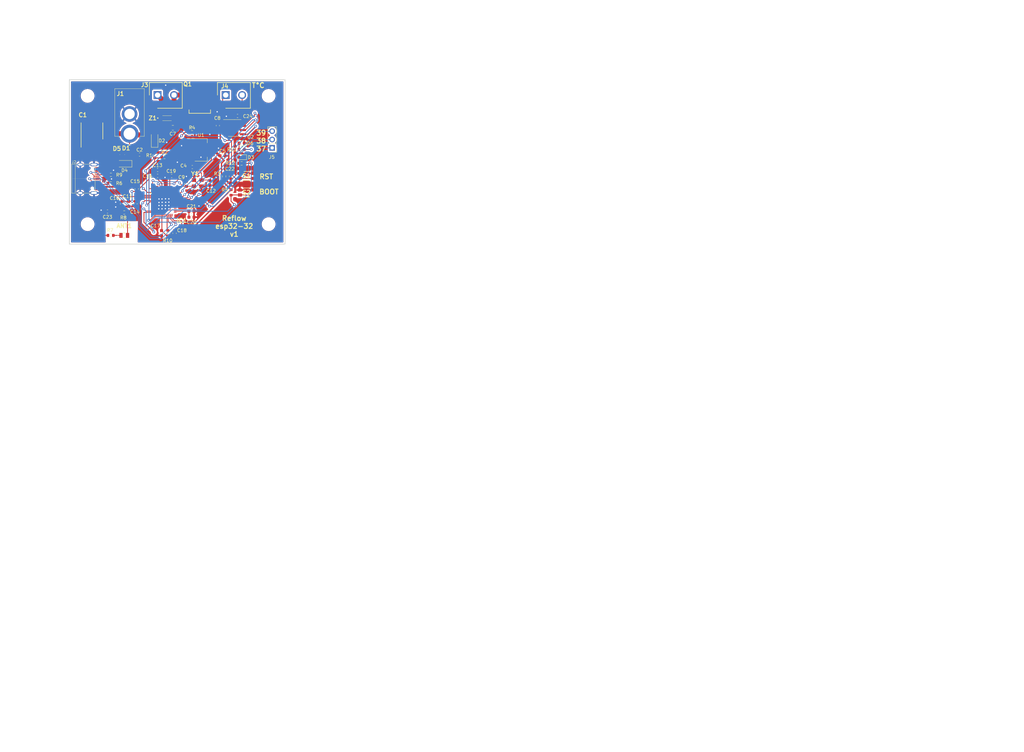
<source format=kicad_pcb>
(kicad_pcb (version 20211014) (generator pcbnew)
  (layers (0 "F.Cu" signal) (31 "B.Cu" signal) (34 "B.Paste" user) (35 "F.Paste" user) (36 "B.SilkS" user "B.Silkscreen") (37 "F.SilkS" user "F.Silkscreen") (38 "B.Mask" user) (39 "F.Mask" user) (44 "Edge.Cuts" user))
  (net 0 "")
  (net 1 "Net-(ANT1-Pad1)")
  (net 2 "Net-(ANT1-Pad2)")
  (net 3 "VCC")
  (net 4 "GND")
  (net 5 "Vin-D")
  (net 6 "+3V3")
  (net 7 "Net-(C7-Pad2)")
  (net 8 "XTAL_P")
  (net 9 "XTAL_N")
  (net 10 "Net-(C20-Pad1)")
  (net 11 "EN")
  (net 12 "Net-(D1-Pad1)")
  (net 13 "Net-(D3-Pad2)")
  (net 14 "Net-(D6-Pad2)")
  (net 15 "ANT")
  (net 16 "FLASH")
  (net 17 "VccDiv")
  (net 24 "led1")
  (net 25 "led2")
  (net 26 "heatGate")
  (net 31 "Net-(IC1-Pad24)")
  (net 32 "D-")
  (net 33 "D+")
  (net 42 "Net-(IC1-Pad37)")
  (net 43 "Net-(IC1-Pad38)")
  (net 44 "Net-(IC1-Pad39)")
  (net 45 "tempSCK")
  (net 46 "tempSO")
  (net 47 "tempCS")
  (net 58 "Net-(C24-Pad1)")
  (net 62 "Net-(C24-Pad2)")
  (net 63 "Net-(D4-Pad2)")
  (net 64 "Net-(R9-Pad1)")
  (net 65 "Net-(R6-Pad2)")
  (footprint "library_manager:CAPAE660X770N" (layer "F.Cu") (at 20.32 30.48 90)
    (fp_text reference "C1")
    (fp_text value "865080545012" hide)
  )
  (footprint "library_manager:21088321" (layer "F.Cu") (at 30.1404 61.4172)
    (fp_text reference "ANT1")
    (fp_text value "2108832-1" hide)
  )
  (footprint "library_manager:PJ037B" (layer "F.Cu") (at 31.75 30.5 -90)
    (fp_text reference "J1")
    (fp_text value "PJ-037B" hide)
  )
  (footprint "Package_TO_SOT_SMD:SOT-223-3_TabPin2" (layer "F.Cu") (at 53.467 35.433)
    (fp_text reference "U1")
    (fp_text value "LD1117S33TR_SOT223")
  )
  (footprint "" (layer "F.Cu") (at 84.7852 17.0688)
    (fp_text reference "")
    (fp_text value "")
  )
  (footprint "Resistor_SMD:R_0603_1608Metric" (layer "F.Cu") (at 65.7982 35.306 180)
    (fp_text reference "R11")
    (fp_text value "2k")
  )
  (footprint "Connector_PinHeader_2.54mm:PinHeader_1x03_P2.54mm_Vertical" (layer "F.Cu") (at 75.0824 34.798 180)
    (fp_text reference "J5")
    (fp_text value "Conn_01x03_Male")
  )
  (footprint "Resistor_SMD:R_0603_1608Metric" (layer "F.Cu") (at 30.1366 54.4576 180)
    (fp_text reference "R8")
    (fp_text value "0R")
  )
  (footprint "Capacitor_SMD:C_0603_1608Metric" (layer "F.Cu") (at 49.022 45.707 -90)
    (fp_text reference "C9")
    (fp_text value "15pF")
  )
  (footprint "Diode_SMD:D_0603_1608Metric" (layer "F.Cu") (at 65.8115 37.6428 180)
    (fp_text reference "D3")
    (fp_text value "LED")
  )
  (footprint "Resistor_SMD:R_0603_1608Metric" (layer "F.Cu") (at 62.5856 48.3494 -90)
    (fp_text reference "R5")
    (fp_text value "10k")
  )
  (footprint "Capacitor_SMD:C_0603_1608Metric" (layer "F.Cu") (at 31.496 51.829 -90)
    (fp_text reference "C11")
    (fp_text value "1uF")
  )
  (footprint "Resistor_SMD:R_0603_1608Metric" (layer "F.Cu") (at 43.3832 60.7182 90)
    (fp_text reference "R10")
    (fp_text value "10k")
  )
  (footprint "library_manager:SHDR2W100P0X500_1X2_1000X780X1030P" (layer "F.Cu") (at 40.2628 18.7452)
    (fp_text reference "J3")
    (fp_text value "TB003-500-P02BE" hide)
  )
  (footprint "Capacitor_SMD:C_0603_1608Metric" (layer "F.Cu") (at 41.4528 60.719 -90)
    (fp_text reference "C17")
    (fp_text value "100nF")
  )
  (footprint "Capacitor_SMD:C_0603_1608Metric" (layer "F.Cu") (at 50.559 54.102)
    (fp_text reference "C21")
    (fp_text value "1uF")
  )
  (footprint "Capacitor_SMD:C_0603_1608Metric" (layer "F.Cu") (at 64.5538 25.0952)
    (fp_text reference "C24")
    (fp_text value "10nF")
  )
  (footprint "Diode_SMD:D_SOD-123" (layer "F.Cu") (at 39.37 32.385 90)
    (fp_text reference "D2")
    (fp_text value "D")
  )
  (footprint "library_manager:QFN40P700X700X90-57N-D" (layer "F.Cu") (at 42.164 51.816)
    (fp_text reference "IC1")
    (fp_text value "ESP32-S2FN4R2" hide)
  )
  (footprint "Resistor_SMD:R_0603_1608Metric" (layer "F.Cu") (at 25.9974 61.4172 180)
    (fp_text reference "R7")
    (fp_text value "0R")
  )
  (footprint "" (layer "F.Cu") (at 3.0124 62.55)
    (fp_text reference "")
    (fp_text value "")
  )
  (footprint "Resistor_SMD:R_0603_1608Metric" (layer "F.Cu") (at 42.355 37.592)
    (fp_text reference "R2")
    (fp_text value "1k")
  )
  (footprint "Capacitor_SMD:C_0603_1608Metric" (layer "F.Cu") (at 60.005 37.211)
    (fp_text reference "C5")
    (fp_text value "10uF")
  )
  (footprint "library_manager:SHDR2W100P0X500_1X2_1000X780X1030P" (layer "F.Cu") (at 60.96 18.7452)
    (fp_text reference "J4")
    (fp_text value "TB003-500-P02BE" hide)
  )
  (footprint "" (layer "F.Cu") (at 85.2932 61.8744)
    (fp_text reference "")
    (fp_text value "")
  )
  (footprint "Capacitor_SMD:C_0603_1608Metric" (layer "F.Cu") (at 34.785 36.83)
    (fp_text reference "C2")
    (fp_text value "100nF")
  )
  (footprint "Capacitor_SMD:C_0603_1608Metric" (layer "F.Cu") (at 56.134 45.466 -90)
    (fp_text reference "C12")
    (fp_text value "15pF")
  )
  (footprint "library_manager:BZT52C24E308" (layer "F.Cu") (at 43.1292 25.7556)
    (fp_text reference "Z1")
    (fp_text value "BZT52C24-E3-08" hide)
  )
  (footprint "library_manager:RKC2SJF170SMTRLFS" (layer "F.Cu") (at 67.278 43.3324)
    (fp_text reference "S1")
    (fp_text value "RKC2SJF170SMTR_LFS" hide)
  )
  (footprint "Resistor_SMD:R_0603_1608Metric" (layer "F.Cu") (at 60.5028 43.4726 90)
    (fp_text reference "R3")
    (fp_text value "10k")
  )
  (footprint "Capacitor_SMD:C_0603_1608Metric" (layer "F.Cu") (at 33.9344 47.2818 90)
    (fp_text reference "C15")
    (fp_text value "100nF")
  )
  (footprint "Capacitor_SMD:C_0603_1608Metric" (layer "F.Cu") (at 40.272 41.529)
    (fp_text reference "C13")
    (fp_text value "100pF")
  )
  (footprint "Package_SO:SOIC-8_3.9x4.9mm_P1.27mm" (layer "F.Cu") (at 63.7032 28.7528)
    (fp_text reference "U2")
    (fp_text value "MAX31855KASA")
  )
  (footprint "" (layer "F.Cu") (at 4.7244 14.0716)
    (fp_text reference "")
    (fp_text value "")
  )
  (footprint "library_manager:ESDL4151MX4T5G" (layer "F.Cu") (at 31.115 36.83)
    (fp_text reference "D1")
    (fp_text value "ESDL4151MX4T5G" hide)
  )
  (footprint "library_manager:ECS2501033BCKMTR" (layer "F.Cu") (at 52.458 45.532)
    (fp_text reference "Y1")
    (fp_text value "ECS-400-15-33B-CTN-TR" hide)
  )
  (footprint "Diode_SMD:D_SOD-123" (layer "F.Cu") (at 30.226 39.624 180)
    (fp_text reference "D4")
    (fp_text value "D")
  )
  (footprint "Resistor_SMD:R_0603_1608Metric" (layer "F.Cu") (at 26.0726 42.9768)
    (fp_text reference "R9")
    (fp_text value "5k1")
  )
  (footprint "Capacitor_SMD:C_0603_1608Metric" (layer "F.Cu") (at 44.5386 43.3324 180)
    (fp_text reference "C19")
    (fp_text value "100nF")
  )
  (footprint "library_manager:ESDL4151MX4T5G" (layer "F.Cu") (at 27.94 36.83 180)
    (fp_text reference "D5")
    (fp_text value "ESDL4151MX4T5G" hide)
  )
  (footprint "Resistor_SMD:R_0603_1608Metric" (layer "F.Cu") (at 65.7982 39.5224 180)
    (fp_text reference "R12")
    (fp_text value "2k")
  )
  (footprint "Resistor_SMD:R_0603_1608Metric" (layer "F.Cu") (at 26.0218 45.5676 180)
    (fp_text reference "R6")
    (fp_text value "5k1")
  )
  (footprint "Capacitor_SMD:C_0805_2012Metric" (layer "F.Cu") (at 44.897 28.702)
    (fp_text reference "C7")
    (fp_text value "1nF")
  )
  (footprint "Capacitor_SMD:C_0603_1608Metric" (layer "F.Cu") (at 33.528 51.816 -90)
    (fp_text reference "C14")
    (fp_text value "100nF")
  )
  (footprint "Capacitor_SMD:C_0603_1608Metric" (layer "F.Cu") (at 29.464 51.829 -90)
    (fp_text reference "C10")
    (fp_text value "10uF")
  )
  (footprint "Capacitor_SMD:C_0603_1608Metric" (layer "F.Cu") (at 45.4152 60.7698 -90)
    (fp_text reference "C18")
    (fp_text value "100nF")
  )
  (footprint "Capacitor_SMD:C_0603_1608Metric" (layer "F.Cu") (at 50.559 55.88)
    (fp_text reference "C20")
    (fp_text value "100nF")
  )
  (footprint "Capacitor_SMD:C_0603_1608Metric" (layer "F.Cu") (at 58.5724 28.0286 90)
    (fp_text reference "C8")
    (fp_text value "100nF")
  )
  (footprint "library_manager:TYPE-C-31-M-12" (layer "F.Cu") (at 16.764 44.196 -90)
    (fp_text reference "J2")
    (fp_text value "USB_C_Receptacle_USB2.0")
  )
  (footprint "Resistor_SMD:R_0603_1608Metric" (layer "F.Cu") (at 50.737 30.099)
    (fp_text reference "R4")
    (fp_text value "10k")
  )
  (footprint "Resistor_SMD:R_0603_1608Metric" (layer "F.Cu") (at 39.37 37.02 -90)
    (fp_text reference "R1")
    (fp_text value "4k7")
  )
  (footprint "Capacitor_SMD:C_0603_1608Metric" (layer "F.Cu") (at 62.5348 43.447 -90)
    (fp_text reference "C22")
    (fp_text value "100nF")
  )
  (footprint "Capacitor_SMD:C_0603_1608Metric" (layer "F.Cu") (at 40.272 43.307)
    (fp_text reference "C16")
    (fp_text value "1uF")
  )
  (footprint "Diode_SMD:D_0603_1608Metric" (layer "F.Cu") (at 65.8113 33.3756 180)
    (fp_text reference "D6")
    (fp_text value "LED")
  )
  (footprint "Capacitor_SMD:C_0603_1608Metric" (layer "F.Cu") (at 50.813 40.64)
    (fp_text reference "C4")
    (fp_text value "100nF")
  )
  (footprint "library_manager:RKC2SJF170SMTRLFS" (layer "F.Cu") (at 67.278 48.3616)
    (fp_text reference "S2")
    (fp_text value "RKC2SJF170SMTR_LFS" hide)
  )
  (footprint "Capacitor_SMD:C_0603_1608Metric" (layer "F.Cu") (at 25.0444 54.1528 180)
    (fp_text reference "C23")
    (fp_text value "?")
  )
  (footprint "library_manager:PJD25N06A_L2_00001" (layer "F.Cu") (at 53.086 21.229)
    (fp_text reference "Q1")
    (fp_text value "PJD25N06A_L2_00001" hide)
  )
  (gr_rect (start 13.462 14.0716) (end 78.994 64.0588) (layer "Edge.Cuts") (width 0.2) (fill none))
  (gr_text "BOOT" (at 74.1172 48.1584) (layer "F.SilkS") (effects (font (size 1.5 1.5) (thickness 0.3))))
  (gr_text "T°C" (at 70.8152 15.7988) (layer "F.SilkS") (effects (font (size 1.5 1.5) (thickness 0.3))))
  (gr_text "39\n38\n37" (at 71.7296 32.6644) (layer "F.SilkS") (effects (font (size 1.5 1.5) (thickness 0.3))))
  (gr_text "RST" (at 73.3044 43.5356) (layer "F.SilkS") (effects (font (size 1.5 1.5) (thickness 0.3))))
  (gr_text "Reflow\nesp32-32\nv1" (at 63.5508 58.6232) (layer "F.SilkS") (effects (font (size 1.5 1.5) (thickness 0.3))))
  (segment (start 29.1404 61.4172) (end 26.8224 61.4172) (width 0.25) (layer "F.Cu") (net 1))
  (segment (start 30.9616 54.4576) (end 31.1404 54.6364) (width 0.25) (layer "F.Cu") (net 2))
  (segment (start 31.1404 54.6364) (end 31.1404 61.4172) (width 0.25) (layer "F.Cu") (net 2))
  (segment (start 31.75 36.56) (end 31.48 36.83) (width 0.25) (layer "F.Cu") (net 3))
  (segment (start 41.403 28.702) (end 39.37 30.735) (width 1.524) (layer "F.Cu") (net 3))
  (segment (start 31.75 30.5) (end 27.92 30.5) (width 1.524) (layer "F.Cu") (net 3))
  (segment (start 41.4528 19.9352) (end 40.2628 18.7452) (width 1.524) (layer "F.Cu") (net 3))
  (segment (start 39.37 30.860009) (end 32.109994 30.860009) (width 1.524) (layer "F.Cu") (net 3))
  (segment (start 41.4528 28.6522) (end 41.4528 25.3492) (width 1.524) (layer "F.Cu") (net 3))
  (segment (start 31.48 36.83) (end 34.01 36.83) (width 0.25) (layer "F.Cu") (net 3))
  (segment (start 27.92 30.5) (end 25.39 33.03) (width 1.524) (layer "F.Cu") (net 3))
  (segment (start 25.39 33.03) (end 20.32 33.03) (width 1.524) (layer "F.Cu") (net 3))
  (segment (start 43.947 28.702) (end 41.403 28.702) (width 1.524) (layer "F.Cu") (net 3))
  (segment (start 41.403 28.702) (end 41.4528 28.6522) (width 1.524) (layer "F.Cu") (net 3))
  (segment (start 41.4528 25.3492) (end 41.4528 19.9352) (width 1.524) (layer "F.Cu") (net 3))
  (segment (start 31.75 30.5) (end 31.75 36.56) (width 0.25) (layer "F.Cu") (net 3))
  (segment (start 32.11 30.86) (end 31.75 30.5) (width 1.27) (layer "F.Cu") (net 3))
  (segment (start 53.608 46.482) (end 53.208 46.482) (width 0.25) (layer "F.Cu") (net 4))
  (segment (start 25.1724 61.4172) (end 23.7236 61.4172) (width 0.25) (layer "F.Cu") (net 4))
  (segment (start 21.864 47.571) (end 22.3742 47.571) (width 0.25) (layer "F.Cu") (net 4))
  (segment (start 23.1362 40.821) (end 21.864 40.821) (width 0.3048) (layer "F.Cu") (net 4))
  (segment (start 23.2852 48.7172) (end 21.864 47.296) (width 0.25) (layer "F.Cu") (net 4))
  (segment (start 63.0428 45.9232) (end 62.3824 45.2628) (width 0.25) (layer "F.Cu") (net 4))
  (segment (start 22.8612 41.096) (end 23.1362 40.821) (width 0.25) (layer "F.Cu") (net 4))
  (segment (start 22.3742 47.571) (end 23.5204 48.7172) (width 0.25) (layer "F.Cu") (net 4))
  (segment (start 21.864 41.096) (end 22.8612 41.096) (width 0.25) (layer "F.Cu") (net 4))
  (segment (start 62.3824 44.2468) (end 62.5348 44.0944) (width 0.25) (layer "F.Cu") (net 4))
  (segment (start 53.208 46.482) (end 51.308 44.582) (width 0.25) (layer "F.Cu") (net 4))
  (segment (start 62.3824 45.2628) (end 62.3824 44.2468) (width 0.25) (layer "F.Cu") (net 4))
  (segment (start 23.5204 48.7172) (end 23.2852 48.7172) (width 0.25) (layer "F.Cu") (net 4))
  (via (at 40.5892 53.34) (size 0.8) (drill 0.4) (layers "F.Cu" "B.Cu") (net 4))
  (via (at 61.1632 25.1968) (size 0.8) (drill 0.4) (layers "F.Cu" "B.Cu") (net 4))
  (via (at 42.7228 15.748) (size 0.8) (drill 0.4) (layers "F.Cu" "B.Cu") (net 4))
  (via (at 43.0276 33.1216) (size 0.8) (drill 0.4) (layers "F.Cu" "B.Cu") (net 4))
  (via (at 42.5196 43.7896) (size 0.8) (drill 0.4) (layers "F.Cu" "B.Cu") (net 4))
  (via (at 58.3692 23.8252) (size 0.8) (drill 0.4) (layers "F.Cu" "B.Cu") (net 4))
  (via (at 42.672 52.324) (size 0.8) (drill 0.4) (layers "F.Cu" "B.Cu") (net 4))
  (via (at 53.4416 37.6428) (size 0.8) (drill 0.4) (layers "F.Cu" "B.Cu") (net 4))
  (via (at 27.5336 51.308) (size 0.8) (drill 0.4) (layers "F.Cu" "B.Cu") (net 4))
  (via (at 41.656 52.324) (size 0.8) (drill 0.4) (layers "F.Cu" "B.Cu") (net 4))
  (via (at 43.688 50.292) (size 0.8) (drill 0.4) (layers "F.Cu" "B.Cu") (net 4))
  (via (at 46.2788 39.1668) (size 0.8) (drill 0.4) (layers "F.Cu" "B.Cu") (net 4))
  (via (at 27.5336 52.7812) (size 0.8) (drill 0.4) (layers "F.Cu" "B.Cu") (net 4))
  (via (at 58.7756 34.8996) (size 0.8) (drill 0.4) (layers "F.Cu" "B.Cu") (net 4))
  (via (at 47.5488 34.1376) (size 0.8) (drill 0.4) (layers "F.Cu" "B.Cu") (net 4))
  (via (at 41.6052 50.3428) (size 0.8) (drill 0.4) (layers "F.Cu" "B.Cu") (net 4))
  (via (at 42.672 50.292) (size 0.8) (drill 0.4) (layers "F.Cu" "B.Cu") (net 4))
  (via (at 52.832 52.4764) (size 0.8) (drill 0.4) (layers "F.Cu" "B.Cu") (net 4))
  (via (at 49.022 43.4848) (size 0.8) (drill 0.4) (layers "F.Cu" "B.Cu") (net 4))
  (via (at 41.656 51.3588) (size 0.8) (drill 0.4) (layers "F.Cu" "B.Cu") (net 4))
  (via (at 40.6908 51.4096) (size 0.8) (drill 0.4) (layers "F.Cu" "B.Cu") (net 4))
  (via (at 40.6908 50.3428) (size 0.8) (drill 0.4) (layers "F.Cu" "B.Cu") (net 4))
  (via (at 58.0644 43.7896) (size 0.8) (drill 0.4) (layers "F.Cu" "B.Cu") (net 4))
  (via (at 43.688 51.308) (size 0.8) (drill 0.4) (layers "F.Cu" "B.Cu") (net 4))
  (via (at 43.688 52.324) (size 0.8) (drill 0.4) (layers "F.Cu" "B.Cu") (net 4))
  (via (at 26.8732 41.6052) (size 0.8) (drill 0.4) (layers "F.Cu" "B.Cu") (net 4))
  (via (at 42.6212 53.2892) (size 0.8) (drill 0.4) (layers "F.Cu" "B.Cu") (net 4))
  (via (at 23.114 53.7464) (size 0.8) (drill 0.4) (layers "F.Cu" "B.Cu") (net 4))
  (via (at 41.6052 53.34) (size 0.8) (drill 0.4) (layers "F.Cu" "B.Cu") (net 4))
  (via (at 63.0428 45.9232) (size 0.8) (drill 0.4) (layers "F.Cu" "B.Cu") (net 4))
  (via (at 43.688 53.2892) (size 0.8) (drill 0.4) (layers "F.Cu" "B.Cu") (net 4))
  (via (at 42.7228 51.3588) (size 0.8) (drill 0.4) (layers "F.Cu" "B.Cu") (net 4))
  (via (at 40.6908 52.324) (size 0.8) (drill 0.4) (layers "F.Cu" "B.Cu") (net 4))
  (via (at 26.2636 44.2468) (size 0.8) (drill 0.4) (layers "F.Cu" "B.Cu") (net 4))
  (via (at 56.134 30.6832) (size 0.8) (drill 0.4) (layers "F.Cu" "B.Cu") (net 4))
  (segment (start 39.37 34.38273) (end 39.37 34.035) (width 0.508) (layer "F.Cu") (net 5))
  (segment (start 39.37 36.195) (end 47.0154 36.195) (width 0.762) (layer "F.Cu") (net 5))
  (segment (start 31.876 39.624) (end 34.12873 39.624) (width 0.508) (layer "F.Cu") (net 5))
  (segment (start 47.0154 36.195) (end 48.5534 37.733) (width 0.762) (layer "F.Cu") (net 5))
  (segment (start 34.12873 39.624) (end 39.37 34.38273) (width 0.508) (layer "F.Cu") (net 5))
  (segment (start 50.038 38.012) (end 50.317 37.733) (width 0.762) (layer "F.Cu") (net 5))
  (segment (start 39.37 34.035009) (end 39.37 36.195) (width 0.508) (layer "F.Cu") (net 5))
  (segment (start 48.5534 37.733) (end 50.317 37.733) (width 0.762) (layer "F.Cu") (net 5))
  (segment (start 50.038 40.64) (end 50.038 38.012) (width 0.762) (layer "F.Cu") (net 5))
  (segment (start 40.364 44.428) (end 40.364 44.174) (width 0.25) (layer "F.Cu") (net 6))
  (segment (start 61.2282 30.6578) (end 60.325 30.6578) (width 0.381) (layer "F.Cu") (net 6))
  (segment (start 32.4612 48.0568) (end 33.9344 48.0568) (width 0.25) (layer "F.Cu") (net 6))
  (segment (start 45.1036 43.3324) (end 43.964 44.472) (width 0.25) (layer "F.Cu") (net 6))
  (segment (start 58.903 33.147) (end 56.617 35.433) (width 0.762) (layer "F.Cu") (net 6))
  (segment (start 40.364 44.174) (end 39.497 43.307) (width 0.25) (layer "F.Cu") (net 6))
  (segment (start 50.115191 59.9948) (end 45.4152 59.9948) (width 0.381) (layer "F.Cu") (net 6))
  (segment (start 42.76148 40.78028) (end 40.24572 40.78028) (width 0.25) (layer "F.Cu") (net 6))
  (segment (start 34.553 50.016) (end 38.714 50.016) (width 0.25) (layer "F.Cu") (net 6))
  (segment (start 41.564 45.628) (end 40.364 44.428) (width 0.25) (layer "F.Cu") (net 6))
  (segment (start 33.9344 48.006) (end 33.9344 48.0568) (width 0.25) (layer "F.Cu") (net 6))
  (segment (start 56.617 38.379) (end 56.617 35.433) (width 0.25) (layer "F.Cu") (net 6))
  (segment (start 31.496 51.054) (end 29.464 51.054) (width 0.25) (layer "F.Cu") (net 6))
  (segment (start 59.68858 39.47302) (end 60.5028 38.6588) (width 0.381) (layer "F.Cu") (net 6))
  (segment (start 33.976 49.216) (end 33.976 48.0984) (width 0.25) (layer "F.Cu") (net 6))
  (segment (start 47.5996 56.9468) (end 47.5996 59.7916) (width 0.25) (layer "F.Cu") (net 6))
  (segment (start 40.364 47.3236) (end 40.2336 47.1932) (width 0.25) (layer "F.Cu") (net 6))
  (segment (start 43.3832 61.5432) (end 43.8668 61.5432) (width 0.25) (layer "F.Cu") (net 6))
  (segment (start 60.5028 38.6588) (end 59.055 37.211) (width 0.381) (layer "F.Cu") (net 6))
  (segment (start 41.564 48.366) (end 41.564 45.628) (width 0.25) (layer "F.Cu") (net 6))
  (segment (start 45.3136 43.3324) (end 42.76148 40.78028) (width 0.25) (layer "F.Cu") (net 6))
  (segment (start 37.6428 47.1932) (end 37.6428 43.434) (width 0.25) (layer "F.Cu") (net 6))
  (segment (start 57.277 35.433) (end 59.055 37.211) (width 0.762) (layer "F.Cu") (net 6))
  (segment (start 43.3832 61.5432) (end 43.052 61.5432) (width 0.25) (layer "F.Cu") (net 6))
  (segment (start 41.564 55.266) (end 41.564 59.8328) (width 0.25) (layer "F.Cu") (net 6))
  (segment (start 45.3136 42.3164) (end 45.3136 43.3324) (width 0.25) (layer "F.Cu") (net 6))
  (segment (start 39.497 43.307) (end 39.497 41.529) (width 0.25) (layer "F.Cu") (net 6))
  (segment (start 45.3698 56.9468) (end 47.5996 56.9468) (width 0.25) (layer "F.Cu") (net 6))
  (segment (start 53.1368 41.8592) (end 56.617 38.379) (width 0.25) (layer "F.Cu") (net 6))
  (segment (start 45.3136 43.3324) (end 45.1036 43.3324) (width 0.25) (layer "F.Cu") (net 6))
  (segment (start 32.525 51.041) (end 31.509 51.041) (width 0.25) (layer "F.Cu") (net 6))
  (segment (start 59.68858 45.00738) (end 59.68858 39.47302) (width 0.381) (layer "F.Cu") (net 6))
  (segment (start 37.6428 43.434) (end 37.6428 44.2976) (width 0.25) (layer "F.Cu") (net 6))
  (segment (start 41.402 59.944) (end 41.590289 59.755711) (width 0.25) (layer "F.Cu") (net 6))
  (segment (start 38.714 49.216) (end 33.976 49.216) (width 0.25) (layer "F.Cu") (net 6))
  (segment (start 37.6428 43.434) (end 37.7698 43.307) (width 0.25) (layer "F.Cu") (net 6))
  (segment (start 31.509 51.041) (end 31.496 51.054) (width 0.25) (layer "F.Cu") (net 6))
  (segment (start 59.309 33.147) (end 58.903 33.147) (width 0.762) (layer "F.Cu") (net 6))
  (segment (start 40.364 48.366) (end 40.364 47.3236) (width 0.25) (layer "F.Cu") (net 6))
  (segment (start 59.309 29.21) (end 59.309 29.6418) (width 0.381) (layer "F.Cu") (net 6))
  (segment (start 60.06858 45.00738) (end 60.06858 44.73182) (width 0.381) (layer "F.Cu") (net 6))
  (segment (start 33.976 48.0984) (end 33.9344 48.0568) (width 0.25) (layer "F.Cu") (net 6))
  (segment (start 60.06858 44.73182) (end 60.5028 44.2976) (width 0.381) (layer "F.Cu") (net 6))
  (segment (start 62.5856 47.524391) (end 50.115191 59.9948) (width 0.381) (layer "F.Cu") (net 6))
  (segment (start 45.7708 41.8592) (end 45.3136 42.3164) (width 0.25) (layer "F.Cu") (net 6))
  (segment (start 40.24572 40.78028) (end 39.497 41.529) (width 0.25) (layer "F.Cu") (net 6))
  (segment (start 60.325 30.6578) (end 59.309 29.6418) (width 0.381) (layer "F.Cu") (net 6))
  (segment (start 43.052 61.5432) (end 41.4528 59.944) (width 0.25) (layer "F.Cu") (net 6))
  (segment (start 59.79302 45.00738) (end 60.06858 45.00738) (width 0.381) (layer "F.Cu") (net 6))
  (segment (start 33.528 51.041) (end 32.525 51.041) (width 0.25) (layer "F.Cu") (net 6))
  (segment (start 45.7708 41.8592) (end 53.1368 41.8592) (width 0.25) (layer "F.Cu") (net 6))
  (segment (start 59.68858 45.00738) (end 59.79302 45.00738) (width 0.381) (layer "F.Cu") (net 6))
  (segment (start 41.564 59.8328) (end 41.4528 59.944) (width 0.25) (layer "F.Cu") (net 6))
  (segment (start 40.2336 47.1932) (end 37.6428 47.1932) (width 0.25) (layer "F.Cu") (net 6))
  (segment (start 37.6428 44.2976) (end 33.9344 48.006) (width 0.25) (layer "F.Cu") (net 6))
  (segment (start 47.5996 59.7916) (end 47.3964 59.9948) (width 0.25) (layer "F.Cu") (net 6))
  (segment (start 37.7698 43.307) (end 39.497 43.307) (width 0.25) (layer "F.Cu") (net 6))
  (segment (start 58.5978 29.21) (end 58.2168 28.829) (width 0.381) (layer "F.Cu") (net 6))
  (segment (start 60.06858 45.00738) (end 62.5856 47.5244) (width 0.381) (layer "F.Cu") (net 6))
  (segment (start 38.714 50.416) (end 38.714 50.016) (width 0.25) (layer "F.Cu") (net 6))
  (segment (start 33.528 51.041) (end 34.553 50.016) (width 0.25) (layer "F.Cu") (net 6))
  (segment (start 43.964 48.366) (end 43.964 44.472) (width 0.25) (layer "F.Cu") (net 6))
  (segment (start 56.617 35.433) (end 57.277 35.433) (width 0.762) (layer "F.Cu") (net 6))
  (segment (start 44.364 55.941) (end 45.3698 56.9468) (width 0.25) (layer "F.Cu") (net 6))
  (segment (start 59.309 29.21) (end 58.5978 29.21) (width 0.381) (layer "F.Cu") (net 6))
  (segment (start 59.309 29.6418) (end 59.309 33.147) (width 0.381) (layer "F.Cu") (net 6))
  (segment (start 56.617 35.433) (end 50.317 35.433) (width 0.762) (layer "F.Cu") (net 6))
  (segment (start 44.364 55.266) (end 44.364 55.941) (width 0.25) (layer "F.Cu") (net 6))
  (segment (start 43.8668 61.5432) (end 45.4152 59.9948) (width 0.25) (layer "F.Cu") (net 6))
  (via (at 32.4612 48.0568) (size 0.8) (drill 0.4) (layers "F.Cu" "B.Cu") (net 6))
  (via (at 32.525 51.041) (size 0.8) (drill 0.4) (layers "F.Cu" "B.Cu") (net 6))
  (segment (start 32.525 48.1206) (end 32.4612 48.0568) (width 0.25) (layer "B.Cu") (net 6))
  (segment (start 32.525 51.041) (end 32.525 48.1206) (width 0.25) (layer "B.Cu") (net 6))
  (segment (start 45.847 28.702) (end 45.847 25.4734) (width 1.27) (layer "F.Cu") (net 7))
  (segment (start 53.086 19.622) (end 48.878 19.622) (width 1.524) (layer "F.Cu") (net 7))
  (segment (start 48.0012 18.7452) (end 45.2628 18.7452) (width 1.524) (layer "F.Cu") (net 7))
  (segment (start 48.878 19.622) (end 48.0012 18.7452) (width 1.524) (layer "F.Cu") (net 7))
  (segment (start 45.847 25.4734) (end 45.2628 24.8892) (width 1.27) (layer "F.Cu") (net 7))
  (segment (start 45.5648 25.7556) (end 44.8042 25.7556) (width 1.27) (layer "F.Cu") (net 7))
  (segment (start 45.847 25.4734) (end 45.5648 25.7556) (width 1.27) (layer "F.Cu") (net 7))
  (segment (start 45.2628 18.7452) (end 45.2628 24.8892) (width 1.524) (layer "F.Cu") (net 7))
  (segment (start 38.7604 46.482) (end 38.7604 44.8564) (width 0.2) (layer "F.Cu") (net 8))
  (segment (start 40.764 46.9616) (end 40.2844 46.482) (width 0.2) (layer "F.Cu") (net 8))
  (segment (start 38.7604 44.8564) (end 38.862 44.7548) (width 0.2) (layer "F.Cu") (net 8))
  (segment (start 48.006 46.482) (end 46.99 45.466) (width 0.2) (layer "F.Cu") (net 8))
  (segment (start 51.308 46.482) (end 49.022 46.482) (width 0.2) (layer "F.Cu") (net 8))
  (segment (start 40.2844 46.482) (end 38.7604 46.482) (width 0.2) (layer "F.Cu") (net 8))
  (segment (start 49.022 46.482) (end 48.006 46.482) (width 0.2) (layer "F.Cu") (net 8))
  (segment (start 40.764 48.366) (end 40.764 46.9616) (width 0.2) (layer "F.Cu") (net 8))
  (via (at 38.862 44.7548) (size 0.8) (drill 0.4) (layers "F.Cu" "B.Cu") (net 8))
  (via (at 46.99 45.466) (size 0.8) (drill 0.4) (layers "F.Cu" "B.Cu") (net 8))
  (segment (start 46.595289 45.071289) (end 39.178489 45.071289) (width 0.2) (layer "B.Cu") (net 8))
  (segment (start 39.178489 45.071289) (end 38.862 44.7548) (width 0.2) (layer "B.Cu") (net 8))
  (segment (start 46.99 45.466) (end 46.595289 45.071289) (width 0.2) (layer "B.Cu") (net 8))
  (segment (start 45.2628 45.719989) (end 48.564789 42.418) (width 0.2) (layer "F.Cu") (net 9))
  (segment (start 53.608 42.432) (end 53.608 44.582) (width 0.2) (layer "F.Cu") (net 9))
  (segment (start 53.594 42.418) (end 53.608 42.432) (width 0.2) (layer "F.Cu") (net 9))
  (segment (start 41.164 46.4472) (end 40.4368 45.72) (width 0.2) (layer "F.Cu") (net 9))
  (segment (start 41.164 48.366) (end 41.164 46.4472) (width 0.2) (layer "F.Cu") (net 9))
  (segment (start 56.025 44.582) (end 53.608 44.582) (width 0.2) (layer "F.Cu") (net 9))
  (segment (start 56.134 44.691) (end 56.025 44.582) (width 0.2) (layer "F.Cu") (net 9))
  (segment (start 48.564789 42.418) (end 53.594 42.418) (width 0.2) (layer "F.Cu") (net 9))
  (via (at 40.4368 45.72) (size 0.8) (drill 0.4) (layers "F.Cu" "B.Cu") (net 9))
  (via (at 45.2628 45.719989) (size 0.8) (drill 0.4) (layers "F.Cu" "B.Cu") (net 9))
  (segment (start 45.2628 45.719989) (end 45.262789 45.72) (width 0.2) (layer "B.Cu") (net 9))
  (segment (start 45.262789 45.72) (end 40.4368 45.72) (width 0.2) (layer "B.Cu") (net 9))
  (segment (start 49.784 55.88) (end 49.784 54.102) (width 0.25) (layer "F.Cu") (net 10))
  (segment (start 49.724289 54.042289) (end 45.466 54.042289) (width 0.25) (layer "F.Cu") (net 10))
  (segment (start 62.5348 42.672) (end 60.5272 42.672) (width 0.25) (layer "F.Cu") (net 11))
  (segment (start 60.7568 32.5628) (end 62.5348 32.5628) (width 0.25) (layer "F.Cu") (net 11))
  (segment (start 62.738 32.766) (end 62.738 42.4688) (width 0.25) (layer "F.Cu") (net 11))
  (segment (start 65.278 44.0944) (end 63.9572 44.0944) (width 0.25) (layer "F.Cu") (net 11))
  (segment (start 65.278 44.0944) (end 69.278 44.0944) (width 0.25) (layer "F.Cu") (net 11))
  (segment (start 60.5272 42.672) (end 60.5028 42.6476) (width 0.25) (layer "F.Cu") (net 11))
  (segment (start 62.5348 32.5628) (end 62.738 32.766) (width 0.25) (layer "F.Cu") (net 11))
  (segment (start 63.9572 44.0944) (end 62.5348 42.672) (width 0.25) (layer "F.Cu") (net 11))
  (segment (start 37.19 48.366) (end 35.9664 47.1424) (width 0.25) (layer "F.Cu") (net 11))
  (segment (start 62.738 42.4688) (end 62.5348 42.672) (width 0.25) (layer "F.Cu") (net 11))
  (segment (start 39.564 48.366) (end 37.19 48.366) (width 0.25) (layer "F.Cu") (net 11))
  (via (at 35.9664 47.1424) (size 0.8) (drill 0.4) (layers "F.Cu" "B.Cu") (net 11))
  (via (at 60.7568 32.5628) (size 0.8) (drill 0.4) (layers "F.Cu" "B.Cu") (net 11))
  (segment (start 47.3964 29.5148) (end 47.3964 29.7688) (width 0.25) (layer "B.Cu") (net 11))
  (segment (start 49.238511 31.356911) (end 47.3964 29.5148) (width 0.25) (layer "B.Cu") (net 11))
  (segment (start 60.7568 32.5628) (end 59.550911 31.356911) (width 0.25) (layer "B.Cu") (net 11))
  (segment (start 59.550911 31.356911) (end 49.238511 31.356911) (width 0.25) (layer "B.Cu") (net 11))
  (segment (start 47.3964 29.7688) (end 35.6108 41.5544) (width 0.25) (layer "B.Cu") (net 11))
  (segment (start 35.6108 41.5544) (end 35.6108 47.4472) (width 0.25) (layer "B.Cu") (net 11))
  (segment (start 30.75 36.83) (end 28.305 36.83) (width 0.25) (layer "F.Cu") (net 12))
  (segment (start 65.024 39.4716) (end 64.9732 39.5224) (width 0.25) (layer "F.Cu") (net 13))
  (segment (start 65.024 37.6428) (end 65.024 39.4716) (width 0.25) (layer "F.Cu") (net 13))
  (segment (start 65.0238 33.3756) (end 65.0238 35.2554) (width 0.25) (layer "F.Cu") (net 14))
  (segment (start 65.0238 35.2554) (end 64.9732 35.306) (width 0.25) (layer "F.Cu") (net 14))
  (segment (start 29.3116 54.4576) (end 25.8572 54.4576) (width 0.25) (layer "F.Cu") (net 15))
  (segment (start 29.706104 49.6316) (end 25.7556 49.6316) (width 0.25) (layer "F.Cu") (net 15))
  (segment (start 38.714 49.616) (end 29.721704 49.616) (width 0.25) (layer "F.Cu") (net 15))
  (segment (start 29.721704 49.616) (end 29.706104 49.6316) (width 0.25) (layer "F.Cu") (net 15))
  (segment (start 25.8572 54.4576) (end 25.7556 54.356) (width 0.25) (layer "F.Cu") (net 15))
  (segment (start 25.7556 54.356) (end 25.7556 49.6316) (width 0.25) (layer "F.Cu") (net 15))
  (segment (start 62.5856 49.1744) (end 62.5856 51.0032) (width 0.25) (layer "F.Cu") (net 16))
  (segment (start 36.4584 50.816) (end 35.7632 51.5112) (width 0.25) (layer "F.Cu") (net 16))
  (segment (start 38.714 50.816) (end 36.4584 50.816) (width 0.25) (layer "F.Cu") (net 16))
  (segment (start 65.278 49.1236) (end 69.278 49.1236) (width 0.25) (layer "F.Cu") (net 16))
  (segment (start 62.5856 51.0032) (end 63.6016 52.0192) (width 0.25) (layer "F.Cu") (net 16))
  (segment (start 62.6364 49.1236) (end 65.278 49.1236) (width 0.25) (layer "F.Cu") (net 16))
  (segment (start 62.5856 49.1744) (end 62.6364 49.1236) (width 0.25) (layer "F.Cu") (net 16))
  (via (at 35.7632 51.5112) (size 0.8) (drill 0.4) (layers "F.Cu" "B.Cu") (net 16))
  (via (at 63.6016 52.0192) (size 0.8) (drill 0.4) (layers "F.Cu" "B.Cu") (net 16))
  (segment (start 37.0586 59.9186) (end 40.7924 56.1848) (width 0.25) (layer "B.Cu") (net 16))
  (segment (start 61.556289 54.064511) (end 63.6016 52.0192) (width 0.25) (layer "B.Cu") (net 16))
  (segment (start 35.419689 58.279689) (end 37.0586 59.9186) (width 0.25) (layer "B.Cu") (net 16))
  (segment (start 35.7632 51.5112) (end 35.419689 51.854711) (width 0.25) (layer "B.Cu") (net 16))
  (segment (start 48.145089 54.064511) (end 61.556289 54.064511) (width 0.25) (layer "B.Cu") (net 16))
  (segment (start 46.0248 56.1848) (end 48.145089 54.064511) (width 0.25) (layer "B.Cu") (net 16))
  (segment (start 35.419689 51.854711) (end 35.419689 58.279689) (width 0.25) (layer "B.Cu") (net 16))
  (segment (start 40.7924 56.1848) (end 46.0248 56.1848) (width 0.25) (layer "B.Cu") (net 16))
  (segment (start 39.37 38.9636) (end 36.5252 41.8084) (width 0.25) (layer "F.Cu") (net 17))
  (segment (start 39.37 37.845) (end 39.37 38.9636) (width 0.25) (layer "F.Cu") (net 17))
  (segment (start 36.9316 52.2224) (end 37.938 51.216) (width 0.25) (layer "F.Cu") (net 17))
  (segment (start 41.277 37.845) (end 41.53 37.592) (width 0.25) (layer "F.Cu") (net 17))
  (segment (start 39.37 37.845) (end 41.277 37.845) (width 0.25) (layer "F.Cu") (net 17))
  (segment (start 37.938 51.216) (end 38.714 51.216) (width 0.25) (layer "F.Cu") (net 17))
  (via (at 36.9316 52.2224) (size 0.8) (drill 0.4) (layers "F.Cu" "B.Cu") (net 17))
  (via (at 36.5252 41.8084) (size 0.8) (drill 0.4) (layers "F.Cu" "B.Cu") (net 17))
  (segment (start 36.9316 42.2148) (end 36.9316 52.2224) (width 0.25) (layer "B.Cu") (net 17))
  (segment (start 36.5252 41.8084) (end 36.9316 42.2148) (width 0.25) (layer "B.Cu") (net 17))
  (segment (start 66.6232 35.306) (end 68.6816 35.306) (width 0.25) (layer "F.Cu") (net 24))
  (segment (start 36.744 54.016) (end 36.0934 53.3654) (width 0.25) (layer "F.Cu") (net 24))
  (segment (start 38.714 54.016) (end 36.744 54.016) (width 0.25) (layer "F.Cu") (net 24))
  (segment (start 68.6816 35.306) (end 68.7324 35.2552) (width 0.25) (layer "F.Cu") (net 24))
  (via (at 68.7324 35.2552) (size 0.8) (drill 0.4) (layers "F.Cu" "B.Cu") (net 24))
  (via (at 36.0934 53.3654) (size 0.8) (drill 0.4) (layers "F.Cu" "B.Cu") (net 24))
  (segment (start 53.555628 53.6448) (end 44.6024 53.6448) (width 0.25) (layer "B.Cu") (net 24))
  (segment (start 66.7512 35.2552) (end 64.3636 37.6428) (width 0.25) (layer "B.Cu") (net 24))
  (segment (start 36.765889 58.457489) (end 36.765889 54.037889) (width 0.25) (layer "B.Cu") (net 24))
  (segment (start 64.3636 42.836828) (end 53.555628 53.6448) (width 0.25) (layer "B.Cu") (net 24))
  (segment (start 42.46112 55.78608) (end 39.56552 55.78608) (width 0.25) (layer "B.Cu") (net 24))
  (segment (start 36.83 58.5216) (end 36.765889 58.457489) (width 0.25) (layer "B.Cu") (net 24))
  (segment (start 44.6024 53.6448) (end 42.46112 55.78608) (width 0.25) (layer "B.Cu") (net 24))
  (segment (start 64.3636 37.6428) (end 64.3636 42.836828) (width 0.25) (layer "B.Cu") (net 24))
  (segment (start 36.765889 54.037889) (end 36.0934 53.3654) (width 0.25) (layer "B.Cu") (net 24))
  (segment (start 39.56552 55.78608) (end 36.83 58.5216) (width 0.25) (layer "B.Cu") (net 24))
  (segment (start 68.7324 35.2552) (end 66.7512 35.2552) (width 0.25) (layer "B.Cu") (net 24))
  (segment (start 36.1188 54.4068) (end 36.1188 57.404) (width 0.25) (layer "F.Cu") (net 25))
  (segment (start 38.714 54.416) (end 36.5668 54.416) (width 0.25) (layer "F.Cu") (net 25))
  (segment (start 66.6232 39.5224) (end 68.6308 39.5224) (width 0.25) (layer "F.Cu") (net 25))
  (segment (start 68.6308 39.5224) (end 68.7324 39.4208) (width 0.25) (layer "F.Cu") (net 25))
  (segment (start 36.1188 57.404) (end 39.116 60.4012) (width 0.25) (layer "F.Cu") (net 25))
  (segment (start 36.5576 54.4068) (end 36.1188 54.4068) (width 0.25) (layer "F.Cu") (net 25))
  (segment (start 36.5668 54.416) (end 36.5576 54.4068) (width 0.25) (layer "F.Cu") (net 25))
  (via (at 39.116 60.4012) (size 0.8) (drill 0.4) (layers "F.Cu" "B.Cu") (net 25))
  (via (at 68.7324 39.4208) (size 0.8) (drill 0.4) (layers "F.Cu" "B.Cu") (net 25))
  (segment (start 40.246911 57.390689) (end 38.4556 59.182) (width 0.25) (layer "B.Cu") (net 25))
  (segment (start 59.182883 57.390689) (end 40.246911 57.390689) (width 0.25) (layer "B.Cu") (net 25))
  (segment (start 68.7324 39.4208) (end 68.7324 47.841172) (width 0.25) (layer "B.Cu") (net 25))
  (segment (start 39.116 60.4012) (end 39.116 59.8424) (width 0.25) (layer "B.Cu") (net 25))
  (segment (start 68.7324 47.841172) (end 59.182883 57.390689) (width 0.25) (layer "B.Cu") (net 25))
  (segment (start 39.116 59.8424) (end 38.4556 59.182) (width 0.25) (layer "B.Cu") (net 25))
  (segment (start 48.5394 30.099) (end 47.498 31.1404) (width 0.25) (layer "F.Cu") (net 26))
  (segment (start 49.912 30.099) (end 50.796 29.215) (width 0.25) (layer "F.Cu") (net 26))
  (segment (start 49.912 30.099) (end 48.5394 30.099) (width 0.25) (layer "F.Cu") (net 26))
  (segment (start 50.796 29.215) (end 50.796 26.221) (width 0.25) (layer "F.Cu") (net 26))
  (segment (start 37.4396 56.8452) (end 37.9848 56.8452) (width 0.25) (layer "F.Cu") (net 26))
  (segment (start 37.9848 56.8452) (end 39.564 55.266) (width 0.25) (layer "F.Cu") (net 26))
  (via (at 47.498 31.1404) (size 0.8) (drill 0.4) (layers "F.Cu" "B.Cu") (net 26))
  (via (at 37.4396 56.8452) (size 0.8) (drill 0.4) (layers "F.Cu" "B.Cu") (net 26))
  (segment (start 37.6936 56.8452) (end 37.4396 56.8452) (width 0.25) (layer "B.Cu") (net 26))
  (segment (start 37.6428 56.388) (end 37.8968 56.642) (width 0.25) (layer "B.Cu") (net 26))
  (segment (start 47.498 31.1404) (end 37.6428 40.9956) (width 0.25) (layer "B.Cu") (net 26))
  (segment (start 37.6428 40.9956) (end 37.6428 56.388) (width 0.25) (layer "B.Cu") (net 26))
  (segment (start 37.8968 56.642) (end 37.6936 56.8452) (width 0.25) (layer "B.Cu") (net 26))
  (segment (start 43.164 59.674) (end 43.3832 59.8932) (width 0.25) (layer "F.Cu") (net 31))
  (segment (start 43.164 55.266) (end 43.164 59.674) (width 0.25) (layer "F.Cu") (net 31))
  (segment (start 20.890289 43.574911) (end 21.0192 43.446) (width 0.2) (layer "F.Cu") (net 32))
  (segment (start 43.53772 55.29228) (end 43.564 55.266) (width 0.2) (layer "F.Cu") (net 32))
  (segment (start 20.939 44.446) (end 20.890289 44.397289) (width 0.2) (layer "F.Cu") (net 32))
  (segment (start 21.864 44.446) (end 20.939 44.446) (width 0.2) (layer "F.Cu") (net 32))
  (segment (start 21.0192 43.446) (end 21.864 43.446) (width 0.2) (layer "F.Cu") (net 32))
  (segment (start 44.45 58.1152) (end 43.53772 57.20292) (width 0.2) (layer "F.Cu") (net 32))
  (segment (start 20.890289 44.397289) (end 20.890289 43.574911) (width 0.2) (layer "F.Cu") (net 32))
  (segment (start 21.1448 43.446) (end 19.9644 42.2656) (width 0.2) (layer "F.Cu") (net 32))
  (segment (start 43.53772 57.20292) (end 43.53772 55.29228) (width 0.2) (layer "F.Cu") (net 32))
  (via (at 44.45 58.1152) (size 0.8) (drill 0.4) (layers "F.Cu" "B.Cu") (net 32))
  (via (at 19.9644 42.2656) (size 0.8) (drill 0.4) (layers "F.Cu" "B.Cu") (net 32))
  (segment (start 44.45 58.1152) (end 40.7924 61.7728) (width 0.2) (layer "B.Cu") (net 32))
  (segment (start 34.8996 55.4736) (end 21.6916 42.2656) (width 0.2) (layer "B.Cu") (net 32))
  (segment (start 21.6916 42.2656) (end 19.9644 42.2656) (width 0.2) (layer "B.Cu") (net 32))
  (segment (start 40.7924 61.7728) (end 38.38428 61.7728) (width 0.2) (layer "B.Cu") (net 32))
  (segment (start 34.8996 58.28812) (end 34.8996 55.4736) (width 0.2) (layer "B.Cu") (net 32))
  (segment (start 38.38428 61.7728) (end 34.8996 58.28812) (width 0.2) (layer "B.Cu") (net 32))
  (segment (start 22.837711 44.897289) (end 22.837711 44.173711) (width 0.2) (layer "F.Cu") (net 33))
  (segment (start 22.789 44.946) (end 22.837711 44.897289) (width 0.2) (layer "F.Cu") (net 33))
  (segment (start 21.844 44.958) (end 21.856 44.946) (width 0.2) (layer "F.Cu") (net 33))
  (segment (start 22.61 43.946) (end 21.864 43.946) (width 0.2) (layer "F.Cu") (net 33))
  (segment (start 43.964 56.2068) (end 45.8216 58.0644) (width 0.2) (layer "F.Cu") (net 33))
  (segment (start 22.837711 44.173711) (end 22.61 43.946) (width 0.2) (layer "F.Cu") (net 33))
  (segment (start 43.964 55.266) (end 43.964 56.2068) (width 0.2) (layer "F.Cu") (net 33))
  (segment (start 20.32 44.958) (end 19.558 44.196) (width 0.2) (layer "F.Cu") (net 33))
  (segment (start 21.864 44.946) (end 22.789 44.946) (width 0.2) (layer "F.Cu") (net 33))
  (segment (start 21.844 44.958) (end 20.32 44.958) (width 0.2) (layer "F.Cu") (net 33))
  (via (at 45.8216 58.0644) (size 0.8) (drill 0.4) (layers "F.Cu" "B.Cu") (net 33))
  (via (at 19.558 44.196) (size 0.8) (drill 0.4) (layers "F.Cu" "B.Cu") (net 33))
  (segment (start 40.9448 62.3316) (end 37.9984 62.3316) (width 0.2) (layer "B.Cu") (net 33))
  (segment (start 34.3916 58.7248) (end 34.3916 55.626) (width 0.2) (layer "B.Cu") (net 33))
  (segment (start 22.9616 44.196) (end 19.558 44.196) (width 0.2) (layer "B.Cu") (net 33))
  (segment (start 41.2496 62.6364) (end 40.9448 62.3316) (width 0.2) (layer "B.Cu") (net 33))
  (segment (start 34.3916 55.626) (end 22.9616 44.196) (width 0.2) (layer "B.Cu") (net 33))
  (segment (start 37.9984 62.3316) (end 34.3916 58.7248) (width 0.2) (layer "B.Cu") (net 33))
  (segment (start 45.8216 58.0644) (end 41.2496 62.6364) (width 0.2) (layer "B.Cu") (net 33))
  (segment (start 54.7212 51.216) (end 45.614 51.216) (width 0.25) (layer "F.Cu") (net 42))
  (segment (start 56.0324 52.5272) (end 54.7212 51.216) (width 0.25) (layer "F.Cu") (net 42))
  (via (at 56.0324 52.5272) (size 0.8) (drill 0.4) (layers "F.Cu" "B.Cu") (net 42))
  (segment (start 67.8688 42.1132) (end 67.8688 39.331628) (width 0.25) (layer "B.Cu") (net 42))
  (segment (start 67.8688 39.331628) (end 72.402428 34.798) (width 0.25) (layer "B.Cu") (net 42))
  (segment (start 57.4548 52.5272) (end 67.8688 42.1132) (width 0.25) (layer "B.Cu") (net 42))
  (segment (start 72.402428 34.798) (end 75.0824 34.798) (width 0.25) (layer "B.Cu") (net 42))
  (segment (start 56.0324 52.5272) (end 57.4548 52.5272) (width 0.25) (layer "B.Cu") (net 42))
  (segment (start 45.614 50.816) (end 50.9364 50.816) (width 0.25) (layer "F.Cu") (net 43))
  (segment (start 50.9364 50.816) (end 52.832 48.9204) (width 0.25) (layer "F.Cu") (net 43))
  (via (at 52.832 48.9204) (size 0.8) (drill 0.4) (layers "F.Cu" "B.Cu") (net 43))
  (segment (start 69.133724 32.3088) (end 58.738111 42.704413) (width 0.25) (layer "B.Cu") (net 43))
  (segment (start 75.0316 32.3088) (end 69.133724 32.3088) (width 0.25) (layer "B.Cu") (net 43))
  (segment (start 54.0512 48.9204) (end 52.832 48.9204) (width 0.25) (layer "B.Cu") (net 43))
  (segment (start 58.738111 44.233489) (end 54.0512 48.9204) (width 0.25) (layer "B.Cu") (net 43))
  (segment (start 75.0824 32.258) (end 75.0316 32.3088) (width 0.25) (layer "B.Cu") (net 43))
  (segment (start 58.738111 42.704413) (end 58.738111 44.233489) (width 0.25) (layer "B.Cu") (net 43))
  (segment (start 50.0156 50.416) (end 50.5968 49.8348) (width 0.25) (layer "F.Cu") (net 44))
  (segment (start 45.614 50.416) (end 50.0156 50.416) (width 0.25) (layer "F.Cu") (net 44))
  (via (at 50.5968 49.8348) (size 0.8) (drill 0.4) (layers "F.Cu" "B.Cu") (net 44))
  (segment (start 75.0316 29.7688) (end 70.6628 29.7688) (width 0.25) (layer "B.Cu") (net 44))
  (segment (start 75.0824 29.718) (end 75.0316 29.7688) (width 0.25) (layer "B.Cu") (net 44))
  (segment (start 70.6628 29.7688) (end 50.5968 49.8348) (width 0.25) (layer "B.Cu") (net 44))
  (segment (start 49.1964 50.016) (end 49.6316 49.5808) (width 0.25) (layer "F.Cu") (net 45))
  (segment (start 45.614 50.016) (end 49.1964 50.016) (width 0.25) (layer "F.Cu") (net 45))
  (segment (start 67.6402 30.6578) (end 66.1782 30.6578) (width 0.25) (layer "F.Cu") (net 45))
  (segment (start 70.104 28.194) (end 67.6402 30.6578) (width 0.25) (layer "F.Cu") (net 45))
  (via (at 49.6316 49.5808) (size 0.8) (drill 0.4) (layers "F.Cu" "B.Cu") (net 45))
  (via (at 70.104 28.194) (size 0.8) (drill 0.4) (layers "F.Cu" "B.Cu") (net 45))
  (segment (start 49.6316 49.5808) (end 49.6316 48.9204) (width 0.25) (layer "B.Cu") (net 45))
  (segment (start 70.104 28.448) (end 70.104 28.194) (width 0.25) (layer "B.Cu") (net 45))
  (segment (start 49.6316 48.9204) (end 70.104 28.448) (width 0.25) (layer "B.Cu") (net 45))
  (segment (start 47.92 49.616) (end 48.514 49.022) (width 0.25) (layer "F.Cu") (net 46))
  (segment (start 69.85 24.75023) (end 66.48243 28.1178) (width 0.25) (layer "F.Cu") (net 46))
  (segment (start 45.614 49.616) (end 47.92 49.616) (width 0.25) (layer "F.Cu") (net 46))
  (segment (start 69.85 24.2316) (end 69.85 24.75023) (width 0.25) (layer "F.Cu") (net 46))
  (segment (start 66.48243 28.1178) (end 66.1782 28.1178) (width 0.25) (layer "F.Cu") (net 46))
  (via (at 48.514 49.022) (size 0.8) (drill 0.4) (layers "F.Cu" "B.Cu") (net 46))
  (via (at 69.85 24.2316) (size 0.8) (drill 0.4) (layers "F.Cu" "B.Cu") (net 46))
  (segment (start 63.8048 33.464772) (end 70.701511 26.568061) (width 0.25) (layer "B.Cu") (net 46))
  (segment (start 48.514 49.022) (end 63.8048 33.7312) (width 0.25) (layer "B.Cu") (net 46))
  (segment (start 63.8048 33.7312) (end 63.8048 33.464772) (width 0.25) (layer "B.Cu") (net 46))
  (segment (start 70.701511 25.083111) (end 69.85 24.2316) (width 0.25) (layer "B.Cu") (net 46))
  (segment (start 70.701511 26.568061) (end 70.701511 25.083111) (width 0.25) (layer "B.Cu") (net 46))
  (segment (start 70.0278 26.289) (end 66.929 29.3878) (width 0.25) (layer "F.Cu") (net 47))
  (segment (start 66.929 29.3878) (end 66.1782 29.3878) (width 0.25) (layer "F.Cu") (net 47))
  (segment (start 46.4912 49.216) (end 47.8028 47.9044) (width 0.25) (layer "F.Cu") (net 47))
  (segment (start 45.614 49.216) (end 46.4912 49.216) (width 0.25) (layer "F.Cu") (net 47))
  (via (at 47.8028 47.9044) (size 0.8) (drill 0.4) (layers "F.Cu" "B.Cu") (net 47))
  (via (at 70.0278 26.289) (size 0.8) (drill 0.4) (layers "F.Cu" "B.Cu") (net 47))
  (segment (start 47.8028 47.9044) (end 47.8028 47.612028) (width 0.25) (layer "B.Cu") (net 47))
  (segment (start 69.125828 26.289) (end 70.0278 26.289) (width 0.25) (layer "B.Cu") (net 47))
  (segment (start 47.8028 47.612028) (end 69.125828 26.289) (width 0.25) (layer "B.Cu") (net 47))
  (segment (start 63.7788 25.0952) (end 63.22 25.0952) (width 0.25) (layer "F.Cu") (net 58))
  (segment (start 60.03028 23.94212) (end 60.03028 26.47149) (width 0.25) (layer "F.Cu") (net 58))
  (segment (start 60.03028 19.67492) (end 60.03028 23.94212) (width 0.25) (layer "F.Cu") (net 58))
  (segment (start 62.0008 23.876) (end 60.0964 23.876) (width 0.25) (layer "F.Cu") (net 58))
  (segment (start 60.03028 26.47149) (end 59.97948 26.52229) (width 0.25) (layer "F.Cu") (net 58))
  (segment (start 60.96 18.7452) (end 60.03028 19.67492) (width 0.25) (layer "F.Cu") (net 58))
  (segment (start 60.92397 29.3878) (end 61.2282 29.3878) (width 0.25) (layer "F.Cu") (net 58))
  (segment (start 63.22 25.0952) (end 62.0008 23.876) (width 0.25) (layer "F.Cu") (net 58))
  (segment (start 60.0964 23.876) (end 60.03028 23.94212) (width 0.25) (layer "F.Cu") (net 58))
  (segment (start 59.97948 26.52229) (end 59.97948 28.44331) (width 0.25) (layer "F.Cu") (net 58))
  (segment (start 59.97948 28.44331) (end 60.92397 29.3878) (width 0.25) (layer "F.Cu") (net 58))
  (segment (start 65.96 24.464) (end 65.96 23.9052) (width 0.25) (layer "F.Cu") (net 62))
  (segment (start 62.3062 28.1178) (end 65.3288 25.0952) (width 0.25) (layer "F.Cu") (net 62))
  (segment (start 65.3288 25.0952) (end 65.96 24.464) (width 0.25) (layer "F.Cu") (net 62))
  (segment (start 61.2282 28.1178) (end 62.3062 28.1178) (width 0.25) (layer "F.Cu") (net 62))
  (segment (start 65.96 18.7452) (end 65.96 23.9052) (width 0.25) (layer "F.Cu") (net 62))
  (segment (start 22.741689 41.842489) (end 22.7076 41.8084) (width 0.508) (layer "F.Cu") (net 63))
  (segment (start 27.306 39.624) (end 25.087511 41.842489) (width 0.508) (layer "F.Cu") (net 63))
  (segment (start 28.576 39.624) (end 27.306 39.624) (width 0.508) (layer "F.Cu") (net 63))
  (segment (start 28.439911 46.642489) (end 22.010489 46.642489) (width 0.508) (layer "F.Cu") (net 63))
  (segment (start 28.576 39.624) (end 28.576 46.5064) (width 0.508) (layer "F.Cu") (net 63))
  (segment (start 22.7076 41.8084) (end 21.9516 41.8084) (width 0.508) (layer "F.Cu") (net 63))
  (segment (start 28.576 46.5064) (end 28.439911 46.642489) (width 0.508) (layer "F.Cu") (net 63))
  (segment (start 25.087511 41.842489) (end 22.741689 41.842489) (width 0.508) (layer "F.Cu") (net 63))
  (segment (start 21.864 42.946) (end 25.2168 42.946) (width 0.25) (layer "F.Cu") (net 64))
  (segment (start 25.2168 42.946) (end 25.2476 42.9768) (width 0.25) (layer "F.Cu") (net 64))
  (segment (start 24.8184 45.946) (end 25.1968 45.5676) (width 0.25) (layer "F.Cu") (net 65))
  (segment (start 21.864 45.946) (end 24.8184 45.946) (width 0.25) (layer "F.Cu") (net 65))
  (zone (net 0) (net_name "") (layers F&B.Cu) (name "antenna keep out") (connect_pads (clearance 0)) (min_thickness 0.254)
    (keepout (tracks allowed) (vias allowed) (pads allowed) (copperpour not_allowed) (footprints allowed))
    (fill (thermal_gap 0.508) (thermal_bridge_width 0.508))
    (polygon (pts (xy 24.4348 57.0484) (xy 34.29 57.0484) (xy 34.2392 63.5508) (xy 24.4856 63.6016)))
  )
  (zone (net 4) (net_name "GND") (layers F&B.Cu) (connect_pads (clearance 0.508)) (min_thickness 0.254) (fill yes (thermal_gap 0.508) (thermal_bridge_width 0.508))
    (polygon (pts (xy 303.53 218.44) (xy -5.08 218.44) (xy -7.62 -10.16) (xy 303.53 -10.16)))
  )
)
</source>
